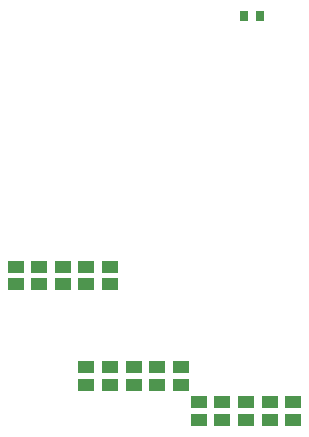
<source format=gbr>
%TF.GenerationSoftware,Altium Limited,Altium Designer,22.9.1 (49)*%
G04 Layer_Color=128*
%FSLAX45Y45*%
%MOMM*%
%TF.SameCoordinates,A07B7C20-9008-4073-B72B-9E11D2315A39*%
%TF.FilePolarity,Positive*%
%TF.FileFunction,Paste,Bot*%
%TF.Part,Single*%
G01*
G75*
%TA.AperFunction,SMDPad,CuDef*%
%ADD11R,0.80000X0.90000*%
%ADD27R,1.40000X1.10000*%
D11*
X12730000Y11650000D02*
D03*
X12870000D02*
D03*
D27*
X12549999Y8375000D02*
D03*
Y8225000D02*
D03*
X12349999Y8375000D02*
D03*
Y8225000D02*
D03*
X13150000D02*
D03*
Y8375000D02*
D03*
X12950000Y8225000D02*
D03*
Y8375000D02*
D03*
X12750000Y8225000D02*
D03*
Y8375000D02*
D03*
X11200000Y9375000D02*
D03*
Y9525000D02*
D03*
X10800000Y9375000D02*
D03*
Y9525000D02*
D03*
X11000000Y9375000D02*
D03*
Y9525000D02*
D03*
X11400000Y9375000D02*
D03*
Y9525000D02*
D03*
X11600000Y9375000D02*
D03*
Y9525000D02*
D03*
X12000000Y8525000D02*
D03*
Y8675000D02*
D03*
X12200000Y8525000D02*
D03*
Y8675000D02*
D03*
X11400000Y8525000D02*
D03*
Y8675000D02*
D03*
X11800000Y8525000D02*
D03*
Y8675000D02*
D03*
X11600000Y8525000D02*
D03*
Y8675000D02*
D03*
%TF.MD5,14be34874a0e98cedc2d7ea36a96851d*%
M02*

</source>
